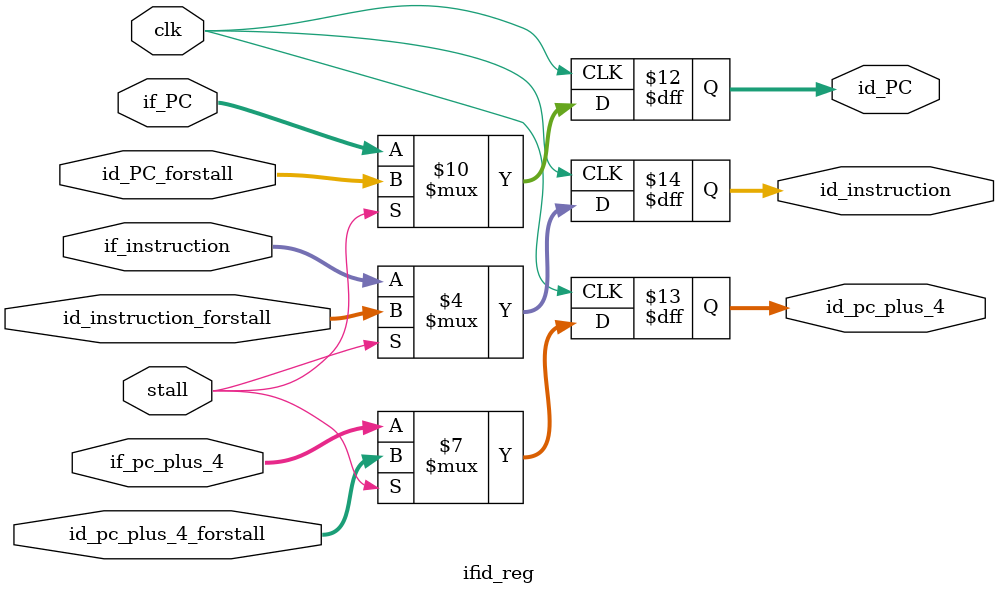
<source format=v>


module ifid_reg #(
  parameter DATA_WIDTH = 32
)(
  // TODO: Add flush or stall signal if it is needed

  //////////////////////////////////////
  // Inputs
  //////////////////////////////////////
  input clk,

  input [DATA_WIDTH-1:0] if_PC,
  input [DATA_WIDTH-1:0] if_pc_plus_4,
  input [DATA_WIDTH-1:0] if_instruction,
  input stall,
  input [DATA_WIDTH-1:0] id_PC_forstall,
  input [DATA_WIDTH-1:0] id_pc_plus_4_forstall,
  input [DATA_WIDTH-1:0] id_instruction_forstall,

  //////////////////////////////////////
  // Outputs
  //////////////////////////////////////
  output [DATA_WIDTH-1:0] id_PC,
  output [DATA_WIDTH-1:0] id_pc_plus_4,
  output [DATA_WIDTH-1:0] id_instruction
);

// TODO: Implement IF/ID pipeline register module

reg id_PC;
reg id_pc_plus_4;
reg id_instruction;

always @(posedge clk) begin
    if (stall==1) begin
      id_PC<=id_PC_forstall;
      id_pc_plus_4<=id_pc_plus_4_forstall;
      id_instruction<=id_instruction_forstall;
    end else begin
      id_PC<=if_PC;
      id_pc_plus_4<=if_pc_plus_4;
      id_instruction<=if_instruction;
    end
end


endmodule

</source>
